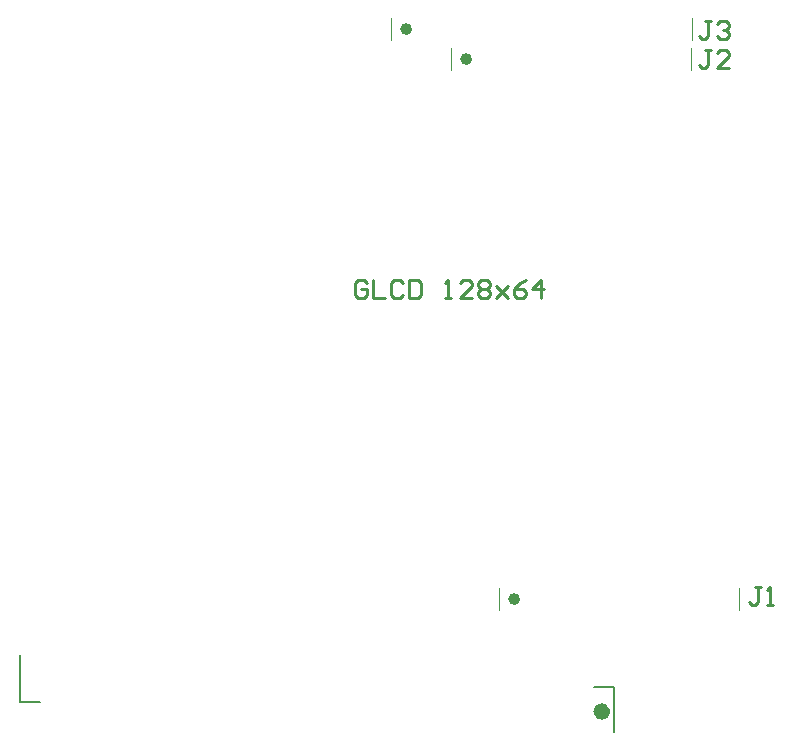
<source format=gto>
G04*
G04 #@! TF.GenerationSoftware,Altium Limited,Altium Designer,20.0.13 (296)*
G04*
G04 Layer_Color=65535*
%FSLAX25Y25*%
%MOIN*%
G70*
G01*
G75*
%ADD10C,0.02126*%
%ADD11C,0.03937*%
%ADD12C,0.00197*%
%ADD13C,0.00787*%
%ADD14C,0.01000*%
G36*
X169016Y237323D02*
D01*
D02*
G37*
D10*
X170000D02*
G03*
X170000Y237323I-984J0D01*
G01*
X206000Y47323D02*
G03*
X206000Y47323I-984J0D01*
G01*
X190000Y227323D02*
G03*
X190000Y227323I-984J0D01*
G01*
D11*
X235000Y9823D02*
G03*
X235000Y9823I-787J0D01*
G01*
D12*
X264193Y233681D02*
Y240965D01*
X163898Y233681D02*
Y240965D01*
X199916Y43681D02*
Y50965D01*
X280114Y43780D02*
Y51063D01*
X264114Y223780D02*
Y231063D01*
X183916Y223681D02*
Y230965D01*
D13*
X40316Y13170D02*
Y28820D01*
Y13170D02*
X46812D01*
X231654Y18091D02*
X238249D01*
Y3032D02*
Y18091D01*
D14*
X156062Y152815D02*
X155063Y153815D01*
X153063D01*
X152064Y152815D01*
Y148817D01*
X153063Y147817D01*
X155063D01*
X156062Y148817D01*
Y150816D01*
X154063D01*
X158062Y153815D02*
Y147817D01*
X162061D01*
X168059Y152815D02*
X167059Y153815D01*
X165060D01*
X164060Y152815D01*
Y148817D01*
X165060Y147817D01*
X167059D01*
X168059Y148817D01*
X170058Y153815D02*
Y147817D01*
X173057D01*
X174057Y148817D01*
Y152815D01*
X173057Y153815D01*
X170058D01*
X182054Y147817D02*
X184054D01*
X183054D01*
Y153815D01*
X182054Y152815D01*
X191051Y147817D02*
X187053D01*
X191051Y151816D01*
Y152815D01*
X190051Y153815D01*
X188052D01*
X187053Y152815D01*
X193051D02*
X194050Y153815D01*
X196050D01*
X197049Y152815D01*
Y151816D01*
X196050Y150816D01*
X197049Y149816D01*
Y148817D01*
X196050Y147817D01*
X194050D01*
X193051Y148817D01*
Y149816D01*
X194050Y150816D01*
X193051Y151816D01*
Y152815D01*
X194050Y150816D02*
X196050D01*
X199049Y151816D02*
X203047Y147817D01*
X201048Y149816D01*
X203047Y151816D01*
X199049Y147817D01*
X209045Y153815D02*
X207046Y152815D01*
X205047Y150816D01*
Y148817D01*
X206046Y147817D01*
X208046D01*
X209045Y148817D01*
Y149816D01*
X208046Y150816D01*
X205047D01*
X214044Y147817D02*
Y153815D01*
X211045Y150816D01*
X215043D01*
X270654Y240164D02*
X268654D01*
X269654D01*
Y235166D01*
X268654Y234166D01*
X267655D01*
X266655Y235166D01*
X272653Y239165D02*
X273653Y240164D01*
X275652D01*
X276652Y239165D01*
Y238165D01*
X275652Y237165D01*
X274653D01*
X275652D01*
X276652Y236166D01*
Y235166D01*
X275652Y234166D01*
X273653D01*
X272653Y235166D01*
X270654Y230322D02*
X268654D01*
X269654D01*
Y225324D01*
X268654Y224324D01*
X267655D01*
X266655Y225324D01*
X276652Y224324D02*
X272653D01*
X276652Y228323D01*
Y229322D01*
X275652Y230322D01*
X273653D01*
X272653Y229322D01*
X287402Y51188D02*
X285402D01*
X286402D01*
Y46190D01*
X285402Y45190D01*
X284403D01*
X283403Y46190D01*
X289401Y45190D02*
X291400D01*
X290401D01*
Y51188D01*
X289401Y50188D01*
M02*

</source>
